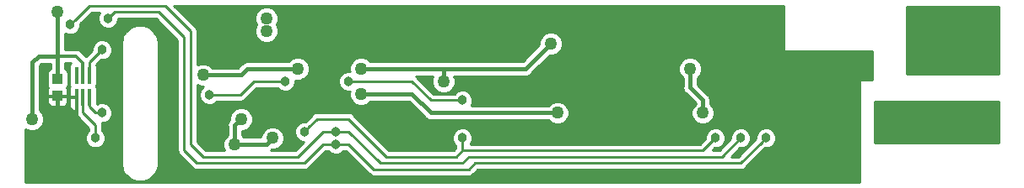
<source format=gbl>
G04 #@! TF.GenerationSoftware,KiCad,Pcbnew,5.0.0-fee4fd1~65~ubuntu17.10.1*
G04 #@! TF.CreationDate,2018-09-18T23:20:14-04:00*
G04 #@! TF.ProjectId,front-panel,66726F6E742D70616E656C2E6B696361,A*
G04 #@! TF.SameCoordinates,Original*
G04 #@! TF.FileFunction,Copper,L2,Bot,Signal*
G04 #@! TF.FilePolarity,Positive*
%FSLAX46Y46*%
G04 Gerber Fmt 4.6, Leading zero omitted, Abs format (unit mm)*
G04 Created by KiCad (PCBNEW 5.0.0-fee4fd1~65~ubuntu17.10.1) date Tue Sep 18 23:20:14 2018*
%MOMM*%
%LPD*%
G01*
G04 APERTURE LIST*
G04 #@! TA.AperFunction,SMDPad,CuDef*
%ADD10R,0.400000X1.700000*%
G04 #@! TD*
G04 #@! TA.AperFunction,SMDPad,CuDef*
%ADD11R,1.000000X1.100000*%
G04 #@! TD*
G04 #@! TA.AperFunction,ViaPad*
%ADD12C,1.270000*%
G04 #@! TD*
G04 #@! TA.AperFunction,ViaPad*
%ADD13C,0.965200*%
G04 #@! TD*
G04 #@! TA.AperFunction,Conductor*
%ADD14C,0.406400*%
G04 #@! TD*
G04 #@! TA.AperFunction,Conductor*
%ADD15C,0.304800*%
G04 #@! TD*
G04 #@! TA.AperFunction,Conductor*
%ADD16C,0.254000*%
G04 #@! TD*
%ADD17C,0.350000*%
G04 APERTURE END LIST*
D10*
G04 #@! TO.P,U3,4*
G04 #@! TO.N,N/C*
X95235000Y-132097600D03*
G04 #@! TO.P,U3,3*
G04 #@! TO.N,GND*
X95235000Y-134297600D03*
G04 #@! TO.P,U3,1*
G04 #@! TO.N,/SCL_3V3*
X96535000Y-134297600D03*
G04 #@! TO.P,U3,6*
G04 #@! TO.N,/SDA_3V3*
X96535000Y-132097600D03*
G04 #@! TO.P,U3,5*
G04 #@! TO.N,+3V3*
X95885000Y-132097600D03*
G04 #@! TO.P,U3,2*
G04 #@! TO.N,/INT*
X95885000Y-134297600D03*
G04 #@! TD*
D11*
G04 #@! TO.P,C8,1*
G04 #@! TO.N,+3V3*
X93345000Y-132500000D03*
G04 #@! TO.P,C8,2*
G04 #@! TO.N,GND*
X93345000Y-134200000D03*
G04 #@! TD*
D12*
G04 #@! TO.N,GND*
X131445000Y-137160000D03*
X127635000Y-137160000D03*
X104140000Y-137160000D03*
X113665000Y-136525000D03*
X116840000Y-136525000D03*
X116840000Y-128270000D03*
X118745000Y-128270000D03*
X120650000Y-128270000D03*
X120650000Y-126365000D03*
X109220000Y-128905000D03*
X111125000Y-128905000D03*
X113030000Y-128905000D03*
X104775000Y-142240000D03*
X108585000Y-139065000D03*
X108585000Y-137160000D03*
X152400000Y-142240000D03*
X150495000Y-142240000D03*
X148590000Y-142240000D03*
X148590000Y-138430000D03*
X150495000Y-138430000D03*
X152400000Y-138430000D03*
X154305000Y-138430000D03*
X142875000Y-126365000D03*
X147955000Y-129540000D03*
X151765000Y-129540000D03*
X149860000Y-129540000D03*
X170815000Y-130810000D03*
X159385000Y-129540000D03*
X159385000Y-125730000D03*
X159385000Y-127635000D03*
X124460000Y-136525000D03*
X127635000Y-139065000D03*
X131445000Y-139065000D03*
X172720000Y-136525000D03*
X172720000Y-134620000D03*
X172720000Y-132715000D03*
X174625000Y-130810000D03*
X172720000Y-130810000D03*
X139700000Y-137795000D03*
X138430000Y-127000000D03*
X135890000Y-127000000D03*
X132334000Y-126492000D03*
X132334000Y-128524000D03*
X130302000Y-128524000D03*
X123825000Y-128270000D03*
X125730000Y-128270000D03*
X125730000Y-126365000D03*
D13*
G04 #@! TO.N,/SDA*
X164465000Y-138430000D03*
X98425000Y-126365000D03*
X121285000Y-139065000D03*
G04 #@! TO.N,/SCL*
X94615000Y-127000000D03*
X161925000Y-138430000D03*
X121285000Y-137795000D03*
D12*
G04 #@! TO.N,+5V*
X143510000Y-135890000D03*
X123824990Y-133985000D03*
X111760000Y-136525000D03*
X180340000Y-138430000D03*
X180340000Y-136525000D03*
X158114982Y-135890000D03*
X156845000Y-131445000D03*
X178435000Y-138430000D03*
X178435000Y-136525000D03*
X114935000Y-138430000D03*
X114300000Y-127635000D03*
X114300000Y-126365000D03*
X111125000Y-139065000D03*
G04 #@! TO.N,/SW_12V*
X179705000Y-128905000D03*
X179705000Y-130810000D03*
X181610000Y-127635000D03*
X186690000Y-127635000D03*
X184150000Y-127635000D03*
D13*
G04 #@! TO.N,/~RESET*
X133985000Y-138430000D03*
X118110000Y-137795000D03*
X159385000Y-138430000D03*
D12*
G04 #@! TO.N,+3V3*
X107950016Y-132080000D03*
X90805000Y-136525000D03*
X132080000Y-132715000D03*
X93345000Y-125730000D03*
X117475000Y-131445000D03*
X123825000Y-131445000D03*
X142875000Y-128905000D03*
D13*
G04 #@! TO.N,/SDA_3V3*
X97790024Y-129540000D03*
G04 #@! TO.N,/SCL_3V3*
X97790000Y-135890000D03*
G04 #@! TO.N,/INT*
X97155000Y-138430000D03*
X108584994Y-134086611D03*
X116205000Y-132715000D03*
X122555000Y-132715000D03*
X133985000Y-134620000D03*
G04 #@! TD*
D14*
G04 #@! TO.N,GND*
X116840000Y-136525000D02*
X113665000Y-136525000D01*
X118745000Y-128270000D02*
X116840000Y-128270000D01*
X120650000Y-126365000D02*
X120650000Y-128270000D01*
X111125000Y-128905000D02*
X109220000Y-128905000D01*
X108585000Y-139065000D02*
X108585000Y-137160000D01*
X148590000Y-142240000D02*
X150495000Y-142240000D01*
X150495000Y-138430000D02*
X148590000Y-138430000D01*
X154305000Y-138430000D02*
X152400000Y-138430000D01*
X149860000Y-129540000D02*
X151765000Y-129540000D01*
X159385000Y-127635000D02*
X159385000Y-125730000D01*
X172720000Y-132715000D02*
X172720000Y-134620000D01*
X172720000Y-130810000D02*
X174625000Y-130810000D01*
D15*
X95235000Y-134297600D02*
X95235000Y-136525000D01*
X95235000Y-136525000D02*
X93345000Y-136525000D01*
X93345000Y-136525000D02*
X93345000Y-134200000D01*
D16*
G04 #@! TO.N,/SDA*
X98425000Y-126365000D02*
X99060000Y-125730000D01*
X99060000Y-125730000D02*
X103505000Y-125730000D01*
X103505000Y-125730000D02*
X106045000Y-128270000D01*
X118110000Y-140970000D02*
X120015000Y-139065000D01*
X106045000Y-128270000D02*
X106045000Y-139700000D01*
X106045000Y-139700000D02*
X107315000Y-140970000D01*
X107315000Y-140970000D02*
X118110000Y-140970000D01*
X120015000Y-139065000D02*
X121285000Y-139065000D01*
X121285000Y-139065000D02*
X122555000Y-139065000D01*
X161925000Y-140970000D02*
X163982401Y-138912599D01*
X135255000Y-140970000D02*
X161925000Y-140970000D01*
X134620000Y-141605000D02*
X135255000Y-140970000D01*
X125095000Y-141605000D02*
X134620000Y-141605000D01*
X163982401Y-138912599D02*
X164465000Y-138430000D01*
X122555000Y-139065000D02*
X125095000Y-141605000D01*
G04 #@! TO.N,/SCL*
X96520000Y-125095000D02*
X95097599Y-126517401D01*
X106680000Y-127635000D02*
X104140000Y-125095000D01*
X106680000Y-139065000D02*
X106680000Y-127635000D01*
X107950000Y-140335000D02*
X106680000Y-139065000D01*
X120015000Y-137795000D02*
X117475000Y-140335000D01*
X95097599Y-126517401D02*
X94615000Y-127000000D01*
X121285000Y-137795000D02*
X120015000Y-137795000D01*
X117475000Y-140335000D02*
X107950000Y-140335000D01*
X104140000Y-125095000D02*
X96520000Y-125095000D01*
X121285000Y-137795000D02*
X122555000Y-137795000D01*
X160020000Y-140335000D02*
X161925000Y-138430000D01*
X134620000Y-140335000D02*
X160020000Y-140335000D01*
X133985000Y-140970000D02*
X134620000Y-140335000D01*
X125730000Y-140970000D02*
X133985000Y-140970000D01*
X122555000Y-137795000D02*
X125730000Y-140970000D01*
D14*
G04 #@! TO.N,+5V*
X130810000Y-135890000D02*
X128905000Y-133985000D01*
X128905000Y-133985000D02*
X124723015Y-133985000D01*
X143510000Y-135890000D02*
X130810000Y-135890000D01*
X124723015Y-133985000D02*
X123824990Y-133985000D01*
X111125000Y-137160000D02*
X111760000Y-136525000D01*
X111125000Y-139065000D02*
X111125000Y-137160000D01*
X180340000Y-136525000D02*
X180340000Y-138430000D01*
X156845000Y-131445000D02*
X156845000Y-133350000D01*
X156845000Y-133350000D02*
X158114982Y-134619982D01*
X158114982Y-134619982D02*
X158114982Y-134991975D01*
X158114982Y-134991975D02*
X158114982Y-135890000D01*
X114935000Y-138430000D02*
X114300000Y-139065000D01*
X114300000Y-139065000D02*
X111125000Y-139065000D01*
G04 #@! TO.N,/SW_12V*
X179705000Y-130810000D02*
X179705000Y-128905000D01*
D16*
G04 #@! TO.N,/~RESET*
X133985000Y-139700000D02*
X133985000Y-138430000D01*
X133985000Y-139700000D02*
X158115000Y-139700000D01*
X158115000Y-139700000D02*
X159385000Y-138430000D01*
X133985000Y-139700000D02*
X133350000Y-140335000D01*
X133350000Y-140335000D02*
X126365000Y-140335000D01*
X126365000Y-140335000D02*
X122555000Y-136525000D01*
X122555000Y-136525000D02*
X119380000Y-136525000D01*
X118592599Y-137312401D02*
X118110000Y-137795000D01*
X119380000Y-136525000D02*
X118592599Y-137312401D01*
D15*
G04 #@! TO.N,+3V3*
X93345000Y-130175000D02*
X95218800Y-130175000D01*
X95218800Y-130175000D02*
X95885000Y-130841200D01*
X95885000Y-130841200D02*
X95885000Y-132097600D01*
D14*
X117475000Y-131445000D02*
X112395000Y-131445000D01*
X112395000Y-131445000D02*
X111760000Y-132080000D01*
X111760000Y-132080000D02*
X107950016Y-132080000D01*
X93345000Y-131865000D02*
X93345000Y-132500000D01*
X93345000Y-131865000D02*
X93345000Y-130175000D01*
X93345000Y-125730000D02*
X93345000Y-130175000D01*
X93345000Y-130175000D02*
X91440000Y-130175000D01*
X91440000Y-130175000D02*
X90805000Y-130810000D01*
X90805000Y-130810000D02*
X90805000Y-135626975D01*
X90805000Y-135626975D02*
X90805000Y-136525000D01*
X140335000Y-131445000D02*
X132080000Y-131445000D01*
X132080000Y-132715000D02*
X132080000Y-131445000D01*
X132080000Y-131445000D02*
X124723025Y-131445000D01*
X124723025Y-131445000D02*
X123825000Y-131445000D01*
X142875000Y-128905000D02*
X140335000Y-131445000D01*
X129540000Y-131445000D02*
X123825000Y-131445000D01*
D16*
G04 #@! TO.N,/SDA_3V3*
X97307425Y-130022599D02*
X97790024Y-129540000D01*
X96535000Y-130795024D02*
X97307425Y-130022599D01*
X96535000Y-132097600D02*
X96535000Y-130795024D01*
G04 #@! TO.N,/SCL_3V3*
X96535000Y-134297600D02*
X96535000Y-135270000D01*
X96535000Y-135270000D02*
X97155000Y-135890000D01*
X97155000Y-135890000D02*
X97790000Y-135890000D01*
G04 #@! TO.N,/INT*
X95885000Y-135890000D02*
X95885000Y-134297600D01*
X97155000Y-137160000D02*
X95885000Y-135890000D01*
X116205000Y-132715000D02*
X113030000Y-132715000D01*
X113030000Y-132715000D02*
X111658389Y-134086611D01*
X111658389Y-134086611D02*
X108584994Y-134086611D01*
X97155000Y-138430000D02*
X97155000Y-137160000D01*
X122555000Y-132715000D02*
X128905000Y-132715000D01*
X128905000Y-132715000D02*
X130810000Y-134620000D01*
X130810000Y-134620000D02*
X133985000Y-134620000D01*
G04 #@! TD*
G04 #@! TO.N,GND*
G36*
X166243000Y-129540000D02*
X166252667Y-129588601D01*
X166280197Y-129629803D01*
X166321399Y-129657333D01*
X166370000Y-129667000D01*
X175133000Y-129667000D01*
X175133000Y-132588000D01*
X173990000Y-132588000D01*
X173941399Y-132597667D01*
X173900197Y-132625197D01*
X173872667Y-132666399D01*
X173863000Y-132715000D01*
X173863000Y-142901600D01*
X90143400Y-142901600D01*
X90143400Y-141029920D01*
X99721600Y-141029920D01*
X99731993Y-141082170D01*
X99807433Y-141510013D01*
X99807433Y-141510015D01*
X99837304Y-141592083D01*
X99879700Y-141708566D01*
X99879701Y-141708567D01*
X100100233Y-142090538D01*
X100100234Y-142090540D01*
X100236052Y-142252401D01*
X100573928Y-142535913D01*
X100756915Y-142641561D01*
X101171382Y-142792415D01*
X101379467Y-142829106D01*
X101820534Y-142829106D01*
X102028618Y-142792415D01*
X102443086Y-142641561D01*
X102626073Y-142535913D01*
X102626075Y-142535910D01*
X102963948Y-142252401D01*
X103099766Y-142090540D01*
X103099767Y-142090538D01*
X103320299Y-141708567D01*
X103392567Y-141510015D01*
X103392567Y-141510013D01*
X103468005Y-141082179D01*
X103478400Y-141029921D01*
X103478400Y-128845079D01*
X103468005Y-128792821D01*
X103392567Y-128364987D01*
X103392567Y-128364985D01*
X103320299Y-128166433D01*
X103099765Y-127784459D01*
X103079192Y-127759941D01*
X102963948Y-127622599D01*
X102626075Y-127339090D01*
X102626073Y-127339087D01*
X102443086Y-127233439D01*
X102028618Y-127082585D01*
X101820534Y-127045894D01*
X101379467Y-127045894D01*
X101171382Y-127082585D01*
X100756915Y-127233439D01*
X100573928Y-127339087D01*
X100236052Y-127622599D01*
X100120808Y-127759941D01*
X100100235Y-127784459D01*
X99879701Y-128166432D01*
X99879700Y-128166434D01*
X99858019Y-128226003D01*
X99807433Y-128364985D01*
X99807433Y-128364987D01*
X99731987Y-128792866D01*
X99721601Y-128845079D01*
X99721600Y-141029920D01*
X90143400Y-141029920D01*
X90143400Y-137515622D01*
X90572591Y-137693400D01*
X91037409Y-137693400D01*
X91466845Y-137515521D01*
X91795521Y-137186845D01*
X91973400Y-136757409D01*
X91973400Y-136292591D01*
X91795521Y-135863155D01*
X91541600Y-135609234D01*
X91541600Y-134358750D01*
X92311600Y-134358750D01*
X92311600Y-134856100D01*
X92392805Y-135052147D01*
X92542853Y-135202195D01*
X92738900Y-135283400D01*
X93186250Y-135283400D01*
X93319600Y-135150050D01*
X93319600Y-134225400D01*
X93370400Y-134225400D01*
X93370400Y-135150050D01*
X93503750Y-135283400D01*
X93951100Y-135283400D01*
X94147147Y-135202195D01*
X94297195Y-135052147D01*
X94378400Y-134856100D01*
X94378400Y-134358750D01*
X94245050Y-134225400D01*
X93370400Y-134225400D01*
X93319600Y-134225400D01*
X92444950Y-134225400D01*
X92311600Y-134358750D01*
X91541600Y-134358750D01*
X91541600Y-131115109D01*
X91745110Y-130911600D01*
X92608401Y-130911600D01*
X92608400Y-131466577D01*
X92460441Y-131565441D01*
X92342549Y-131741878D01*
X92301151Y-131950000D01*
X92301151Y-133050000D01*
X92342549Y-133258122D01*
X92398620Y-133342038D01*
X92392805Y-133347853D01*
X92311600Y-133543900D01*
X92311600Y-134041250D01*
X92444950Y-134174600D01*
X93319600Y-134174600D01*
X93319600Y-134154600D01*
X93370400Y-134154600D01*
X93370400Y-134174600D01*
X94245050Y-134174600D01*
X94378400Y-134041250D01*
X94378400Y-133543900D01*
X94297195Y-133347853D01*
X94291380Y-133342038D01*
X94347451Y-133258122D01*
X94388849Y-133050000D01*
X94388849Y-131950000D01*
X94347451Y-131741878D01*
X94229559Y-131565441D01*
X94081600Y-131466577D01*
X94081600Y-130860800D01*
X94653795Y-130860800D01*
X94650441Y-130863041D01*
X94532549Y-131039478D01*
X94491151Y-131247600D01*
X94491151Y-132947600D01*
X94532549Y-133155722D01*
X94560947Y-133198223D01*
X94501600Y-133341500D01*
X94501600Y-134138850D01*
X94634950Y-134272200D01*
X95141151Y-134272200D01*
X95141151Y-134323000D01*
X94634950Y-134323000D01*
X94501600Y-134456350D01*
X94501600Y-135253700D01*
X94582805Y-135449747D01*
X94732853Y-135599795D01*
X94928900Y-135681000D01*
X95076250Y-135681000D01*
X95209598Y-135547652D01*
X95209598Y-135681000D01*
X95224600Y-135681000D01*
X95224600Y-135824957D01*
X95211662Y-135890000D01*
X95224600Y-135955042D01*
X95262917Y-136147674D01*
X95408878Y-136366121D01*
X95464022Y-136402967D01*
X96494601Y-137433547D01*
X96494601Y-137653557D01*
X96293676Y-137854482D01*
X96139000Y-138227905D01*
X96139000Y-138632095D01*
X96293676Y-139005518D01*
X96579482Y-139291324D01*
X96952905Y-139446000D01*
X97357095Y-139446000D01*
X97730518Y-139291324D01*
X98016324Y-139005518D01*
X98171000Y-138632095D01*
X98171000Y-138227905D01*
X98016324Y-137854482D01*
X97815400Y-137653558D01*
X97815400Y-137225041D01*
X97828338Y-137159999D01*
X97807662Y-137056058D01*
X97777814Y-136906000D01*
X97992095Y-136906000D01*
X98365518Y-136751324D01*
X98651324Y-136465518D01*
X98806000Y-136092095D01*
X98806000Y-135687905D01*
X98651324Y-135314482D01*
X98365518Y-135028676D01*
X97992095Y-134874000D01*
X97587905Y-134874000D01*
X97278849Y-135002014D01*
X97278849Y-133447600D01*
X97237451Y-133239478D01*
X97209469Y-133197600D01*
X97237451Y-133155722D01*
X97278849Y-132947600D01*
X97278849Y-131247600D01*
X97237451Y-131039478D01*
X97232260Y-131031709D01*
X97707970Y-130556000D01*
X97992119Y-130556000D01*
X98365542Y-130401324D01*
X98651348Y-130115518D01*
X98806024Y-129742095D01*
X98806024Y-129337905D01*
X98651348Y-128964482D01*
X98365542Y-128678676D01*
X97992119Y-128524000D01*
X97587929Y-128524000D01*
X97214506Y-128678676D01*
X96928700Y-128964482D01*
X96774024Y-129337905D01*
X96774024Y-129622054D01*
X96204873Y-130191206D01*
X95751498Y-129737831D01*
X95713234Y-129680566D01*
X95486386Y-129528991D01*
X95286343Y-129489200D01*
X95286342Y-129489200D01*
X95218800Y-129475765D01*
X95151258Y-129489200D01*
X94081600Y-129489200D01*
X94081600Y-127878770D01*
X94412905Y-128016000D01*
X94817095Y-128016000D01*
X95190518Y-127861324D01*
X95476324Y-127575518D01*
X95631000Y-127202095D01*
X95631000Y-126917945D01*
X96793546Y-125755400D01*
X97597758Y-125755400D01*
X97563676Y-125789482D01*
X97409000Y-126162905D01*
X97409000Y-126567095D01*
X97563676Y-126940518D01*
X97849482Y-127226324D01*
X98222905Y-127381000D01*
X98627095Y-127381000D01*
X99000518Y-127226324D01*
X99286324Y-126940518D01*
X99441000Y-126567095D01*
X99441000Y-126390400D01*
X103231455Y-126390400D01*
X105384600Y-128543547D01*
X105384601Y-139634953D01*
X105371662Y-139700000D01*
X105395937Y-139822035D01*
X105422918Y-139957675D01*
X105568879Y-140176122D01*
X105624022Y-140212967D01*
X106802034Y-141390981D01*
X106838878Y-141446122D01*
X107057325Y-141592083D01*
X107249957Y-141630400D01*
X107314999Y-141643338D01*
X107380041Y-141630400D01*
X118044958Y-141630400D01*
X118110000Y-141643338D01*
X118175042Y-141630400D01*
X118175043Y-141630400D01*
X118367675Y-141592083D01*
X118586122Y-141446122D01*
X118622970Y-141390975D01*
X120288546Y-139725400D01*
X120508558Y-139725400D01*
X120709482Y-139926324D01*
X121082905Y-140081000D01*
X121487095Y-140081000D01*
X121860518Y-139926324D01*
X122061442Y-139725400D01*
X122281455Y-139725400D01*
X124582034Y-142025981D01*
X124618878Y-142081122D01*
X124837325Y-142227083D01*
X125029957Y-142265400D01*
X125029961Y-142265400D01*
X125094999Y-142278337D01*
X125160038Y-142265400D01*
X134554958Y-142265400D01*
X134620000Y-142278338D01*
X134685042Y-142265400D01*
X134685043Y-142265400D01*
X134877675Y-142227083D01*
X135096122Y-142081122D01*
X135132969Y-142025976D01*
X135528546Y-141630400D01*
X161859958Y-141630400D01*
X161925000Y-141643338D01*
X161990042Y-141630400D01*
X161990043Y-141630400D01*
X162182675Y-141592083D01*
X162401122Y-141446122D01*
X162437969Y-141390976D01*
X164382947Y-139446000D01*
X164667095Y-139446000D01*
X165040518Y-139291324D01*
X165326324Y-139005518D01*
X165481000Y-138632095D01*
X165481000Y-138227905D01*
X165326324Y-137854482D01*
X165040518Y-137568676D01*
X164667095Y-137414000D01*
X164262905Y-137414000D01*
X163889482Y-137568676D01*
X163603676Y-137854482D01*
X163449000Y-138227905D01*
X163449000Y-138512053D01*
X161651455Y-140309600D01*
X160979345Y-140309600D01*
X161842946Y-139446000D01*
X162127095Y-139446000D01*
X162500518Y-139291324D01*
X162786324Y-139005518D01*
X162941000Y-138632095D01*
X162941000Y-138227905D01*
X162786324Y-137854482D01*
X162500518Y-137568676D01*
X162127095Y-137414000D01*
X161722905Y-137414000D01*
X161349482Y-137568676D01*
X161063676Y-137854482D01*
X160909000Y-138227905D01*
X160909000Y-138512054D01*
X159746455Y-139674600D01*
X159074346Y-139674600D01*
X159302946Y-139446000D01*
X159587095Y-139446000D01*
X159960518Y-139291324D01*
X160246324Y-139005518D01*
X160401000Y-138632095D01*
X160401000Y-138227905D01*
X160246324Y-137854482D01*
X159960518Y-137568676D01*
X159587095Y-137414000D01*
X159182905Y-137414000D01*
X158809482Y-137568676D01*
X158523676Y-137854482D01*
X158369000Y-138227905D01*
X158369000Y-138512054D01*
X157841455Y-139039600D01*
X134812242Y-139039600D01*
X134846324Y-139005518D01*
X135001000Y-138632095D01*
X135001000Y-138227905D01*
X134846324Y-137854482D01*
X134560518Y-137568676D01*
X134187095Y-137414000D01*
X133782905Y-137414000D01*
X133409482Y-137568676D01*
X133123676Y-137854482D01*
X132969000Y-138227905D01*
X132969000Y-138632095D01*
X133123676Y-139005518D01*
X133324600Y-139206442D01*
X133324600Y-139426454D01*
X133076455Y-139674600D01*
X126638546Y-139674600D01*
X123067970Y-136104025D01*
X123031122Y-136048878D01*
X122812675Y-135902917D01*
X122620043Y-135864600D01*
X122620042Y-135864600D01*
X122555000Y-135851662D01*
X122489958Y-135864600D01*
X119445041Y-135864600D01*
X119379999Y-135851662D01*
X119314957Y-135864600D01*
X119122325Y-135902917D01*
X118903878Y-136048878D01*
X118867034Y-136104019D01*
X118192055Y-136779000D01*
X117907905Y-136779000D01*
X117534482Y-136933676D01*
X117248676Y-137219482D01*
X117094000Y-137592905D01*
X117094000Y-137997095D01*
X117248676Y-138370518D01*
X117534482Y-138656324D01*
X117907905Y-138811000D01*
X118065054Y-138811000D01*
X117201455Y-139674600D01*
X114713512Y-139674600D01*
X114827553Y-139598400D01*
X115167409Y-139598400D01*
X115596845Y-139420521D01*
X115925521Y-139091845D01*
X116103400Y-138662409D01*
X116103400Y-138197591D01*
X115925521Y-137768155D01*
X115596845Y-137439479D01*
X115167409Y-137261600D01*
X114702591Y-137261600D01*
X114273155Y-137439479D01*
X113944479Y-137768155D01*
X113766600Y-138197591D01*
X113766600Y-138328400D01*
X112040766Y-138328400D01*
X111861600Y-138149234D01*
X111861600Y-137693400D01*
X111992409Y-137693400D01*
X112421845Y-137515521D01*
X112750521Y-137186845D01*
X112928400Y-136757409D01*
X112928400Y-136292591D01*
X112750521Y-135863155D01*
X112421845Y-135534479D01*
X111992409Y-135356600D01*
X111527591Y-135356600D01*
X111098155Y-135534479D01*
X110769479Y-135863155D01*
X110591600Y-136292591D01*
X110591600Y-136632449D01*
X110552852Y-136690439D01*
X110552849Y-136690442D01*
X110431139Y-136872594D01*
X110373971Y-137160000D01*
X110388401Y-137232545D01*
X110388400Y-138149234D01*
X110134479Y-138403155D01*
X109956600Y-138832591D01*
X109956600Y-139297409D01*
X110112838Y-139674600D01*
X108223547Y-139674600D01*
X107340400Y-138791455D01*
X107340400Y-133092155D01*
X107717607Y-133248400D01*
X107986363Y-133248400D01*
X107723670Y-133511093D01*
X107568994Y-133884516D01*
X107568994Y-134288706D01*
X107723670Y-134662129D01*
X108009476Y-134947935D01*
X108382899Y-135102611D01*
X108787089Y-135102611D01*
X109160512Y-134947935D01*
X109361436Y-134747011D01*
X111593347Y-134747011D01*
X111658389Y-134759949D01*
X111723431Y-134747011D01*
X111723432Y-134747011D01*
X111916064Y-134708694D01*
X112134511Y-134562733D01*
X112171359Y-134507587D01*
X113303546Y-133375400D01*
X115428558Y-133375400D01*
X115629482Y-133576324D01*
X116002905Y-133731000D01*
X116407095Y-133731000D01*
X116780518Y-133576324D01*
X117066324Y-133290518D01*
X117221000Y-132917095D01*
X117221000Y-132604457D01*
X117242591Y-132613400D01*
X117707409Y-132613400D01*
X117950024Y-132512905D01*
X121539000Y-132512905D01*
X121539000Y-132917095D01*
X121693676Y-133290518D01*
X121979482Y-133576324D01*
X122352905Y-133731000D01*
X122665533Y-133731000D01*
X122656590Y-133752591D01*
X122656590Y-134217409D01*
X122834469Y-134646845D01*
X123163145Y-134975521D01*
X123592581Y-135153400D01*
X124057399Y-135153400D01*
X124486835Y-134975521D01*
X124740756Y-134721600D01*
X128599891Y-134721600D01*
X130237850Y-136359560D01*
X130278942Y-136421058D01*
X130340439Y-136462149D01*
X130340441Y-136462151D01*
X130434503Y-136525001D01*
X130522593Y-136583861D01*
X130737456Y-136626600D01*
X130737459Y-136626600D01*
X130810000Y-136641029D01*
X130882540Y-136626600D01*
X142594234Y-136626600D01*
X142848155Y-136880521D01*
X143277591Y-137058400D01*
X143742409Y-137058400D01*
X144171845Y-136880521D01*
X144500521Y-136551845D01*
X144678400Y-136122409D01*
X144678400Y-135657591D01*
X144500521Y-135228155D01*
X144171845Y-134899479D01*
X143742409Y-134721600D01*
X143277591Y-134721600D01*
X142848155Y-134899479D01*
X142594234Y-135153400D01*
X134863770Y-135153400D01*
X135001000Y-134822095D01*
X135001000Y-134417905D01*
X134846324Y-134044482D01*
X134560518Y-133758676D01*
X134187095Y-133604000D01*
X133782905Y-133604000D01*
X133409482Y-133758676D01*
X133208558Y-133959600D01*
X131083546Y-133959600D01*
X129417970Y-132294025D01*
X129381122Y-132238878D01*
X129295399Y-132181600D01*
X131036275Y-132181600D01*
X130911600Y-132482591D01*
X130911600Y-132947409D01*
X131089479Y-133376845D01*
X131418155Y-133705521D01*
X131847591Y-133883400D01*
X132312409Y-133883400D01*
X132741845Y-133705521D01*
X133070521Y-133376845D01*
X133248400Y-132947409D01*
X133248400Y-132482591D01*
X133123725Y-132181600D01*
X140262460Y-132181600D01*
X140335000Y-132196029D01*
X140407540Y-132181600D01*
X140407544Y-132181600D01*
X140622407Y-132138861D01*
X140866058Y-131976058D01*
X140907151Y-131914558D01*
X141609118Y-131212591D01*
X155676600Y-131212591D01*
X155676600Y-131677409D01*
X155854479Y-132106845D01*
X156108400Y-132360766D01*
X156108401Y-133277455D01*
X156093971Y-133350000D01*
X156151139Y-133637406D01*
X156272849Y-133819558D01*
X156272852Y-133819561D01*
X156313943Y-133881058D01*
X156375440Y-133922149D01*
X157378382Y-134925092D01*
X157378382Y-134974234D01*
X157124461Y-135228155D01*
X156946582Y-135657591D01*
X156946582Y-136122409D01*
X157124461Y-136551845D01*
X157453137Y-136880521D01*
X157882573Y-137058400D01*
X158347391Y-137058400D01*
X158776827Y-136880521D01*
X159105503Y-136551845D01*
X159283382Y-136122409D01*
X159283382Y-135657591D01*
X159105503Y-135228155D01*
X158851582Y-134974234D01*
X158851582Y-134692522D01*
X158866011Y-134619982D01*
X158851582Y-134547439D01*
X158851582Y-134547438D01*
X158808843Y-134332575D01*
X158768502Y-134272200D01*
X158687133Y-134150423D01*
X158687131Y-134150421D01*
X158646040Y-134088924D01*
X158584543Y-134047833D01*
X157581600Y-133044891D01*
X157581600Y-132360766D01*
X157835521Y-132106845D01*
X158013400Y-131677409D01*
X158013400Y-131212591D01*
X157835521Y-130783155D01*
X157506845Y-130454479D01*
X157077409Y-130276600D01*
X156612591Y-130276600D01*
X156183155Y-130454479D01*
X155854479Y-130783155D01*
X155676600Y-131212591D01*
X141609118Y-131212591D01*
X142748309Y-130073400D01*
X143107409Y-130073400D01*
X143536845Y-129895521D01*
X143865521Y-129566845D01*
X144043400Y-129137409D01*
X144043400Y-128672591D01*
X143865521Y-128243155D01*
X143536845Y-127914479D01*
X143107409Y-127736600D01*
X142642591Y-127736600D01*
X142213155Y-127914479D01*
X141884479Y-128243155D01*
X141706600Y-128672591D01*
X141706600Y-129031691D01*
X140029891Y-130708400D01*
X132152544Y-130708400D01*
X132080000Y-130693970D01*
X132007456Y-130708400D01*
X124740766Y-130708400D01*
X124486845Y-130454479D01*
X124057409Y-130276600D01*
X123592591Y-130276600D01*
X123163155Y-130454479D01*
X122834479Y-130783155D01*
X122656600Y-131212591D01*
X122656600Y-131677409D01*
X122665543Y-131699000D01*
X122352905Y-131699000D01*
X121979482Y-131853676D01*
X121693676Y-132139482D01*
X121539000Y-132512905D01*
X117950024Y-132512905D01*
X118136845Y-132435521D01*
X118465521Y-132106845D01*
X118643400Y-131677409D01*
X118643400Y-131212591D01*
X118465521Y-130783155D01*
X118136845Y-130454479D01*
X117707409Y-130276600D01*
X117242591Y-130276600D01*
X116813155Y-130454479D01*
X116559234Y-130708400D01*
X112467540Y-130708400D01*
X112395000Y-130693971D01*
X112322459Y-130708400D01*
X112322456Y-130708400D01*
X112137707Y-130745149D01*
X112107593Y-130751139D01*
X111925441Y-130872849D01*
X111925439Y-130872851D01*
X111863942Y-130913942D01*
X111822850Y-130975440D01*
X111454891Y-131343400D01*
X108865782Y-131343400D01*
X108611861Y-131089479D01*
X108182425Y-130911600D01*
X107717607Y-130911600D01*
X107340400Y-131067845D01*
X107340400Y-127700038D01*
X107353337Y-127634999D01*
X107340400Y-127569961D01*
X107340400Y-127569957D01*
X107302083Y-127377325D01*
X107156122Y-127158878D01*
X107100981Y-127122034D01*
X106111538Y-126132591D01*
X113131600Y-126132591D01*
X113131600Y-126597409D01*
X113298359Y-127000000D01*
X113131600Y-127402591D01*
X113131600Y-127867409D01*
X113309479Y-128296845D01*
X113638155Y-128625521D01*
X114067591Y-128803400D01*
X114532409Y-128803400D01*
X114961845Y-128625521D01*
X115290521Y-128296845D01*
X115468400Y-127867409D01*
X115468400Y-127402591D01*
X115301641Y-127000000D01*
X115468400Y-126597409D01*
X115468400Y-126132591D01*
X115290521Y-125703155D01*
X114961845Y-125374479D01*
X114532409Y-125196600D01*
X114067591Y-125196600D01*
X113638155Y-125374479D01*
X113309479Y-125703155D01*
X113131600Y-126132591D01*
X106111538Y-126132591D01*
X105047345Y-125068400D01*
X166243000Y-125068400D01*
X166243000Y-129540000D01*
X166243000Y-129540000D01*
G37*
X166243000Y-129540000D02*
X166252667Y-129588601D01*
X166280197Y-129629803D01*
X166321399Y-129657333D01*
X166370000Y-129667000D01*
X175133000Y-129667000D01*
X175133000Y-132588000D01*
X173990000Y-132588000D01*
X173941399Y-132597667D01*
X173900197Y-132625197D01*
X173872667Y-132666399D01*
X173863000Y-132715000D01*
X173863000Y-142901600D01*
X90143400Y-142901600D01*
X90143400Y-141029920D01*
X99721600Y-141029920D01*
X99731993Y-141082170D01*
X99807433Y-141510013D01*
X99807433Y-141510015D01*
X99837304Y-141592083D01*
X99879700Y-141708566D01*
X99879701Y-141708567D01*
X100100233Y-142090538D01*
X100100234Y-142090540D01*
X100236052Y-142252401D01*
X100573928Y-142535913D01*
X100756915Y-142641561D01*
X101171382Y-142792415D01*
X101379467Y-142829106D01*
X101820534Y-142829106D01*
X102028618Y-142792415D01*
X102443086Y-142641561D01*
X102626073Y-142535913D01*
X102626075Y-142535910D01*
X102963948Y-142252401D01*
X103099766Y-142090540D01*
X103099767Y-142090538D01*
X103320299Y-141708567D01*
X103392567Y-141510015D01*
X103392567Y-141510013D01*
X103468005Y-141082179D01*
X103478400Y-141029921D01*
X103478400Y-128845079D01*
X103468005Y-128792821D01*
X103392567Y-128364987D01*
X103392567Y-128364985D01*
X103320299Y-128166433D01*
X103099765Y-127784459D01*
X103079192Y-127759941D01*
X102963948Y-127622599D01*
X102626075Y-127339090D01*
X102626073Y-127339087D01*
X102443086Y-127233439D01*
X102028618Y-127082585D01*
X101820534Y-127045894D01*
X101379467Y-127045894D01*
X101171382Y-127082585D01*
X100756915Y-127233439D01*
X100573928Y-127339087D01*
X100236052Y-127622599D01*
X100120808Y-127759941D01*
X100100235Y-127784459D01*
X99879701Y-128166432D01*
X99879700Y-128166434D01*
X99858019Y-128226003D01*
X99807433Y-128364985D01*
X99807433Y-128364987D01*
X99731987Y-128792866D01*
X99721601Y-128845079D01*
X99721600Y-141029920D01*
X90143400Y-141029920D01*
X90143400Y-137515622D01*
X90572591Y-137693400D01*
X91037409Y-137693400D01*
X91466845Y-137515521D01*
X91795521Y-137186845D01*
X91973400Y-136757409D01*
X91973400Y-136292591D01*
X91795521Y-135863155D01*
X91541600Y-135609234D01*
X91541600Y-134358750D01*
X92311600Y-134358750D01*
X92311600Y-134856100D01*
X92392805Y-135052147D01*
X92542853Y-135202195D01*
X92738900Y-135283400D01*
X93186250Y-135283400D01*
X93319600Y-135150050D01*
X93319600Y-134225400D01*
X93370400Y-134225400D01*
X93370400Y-135150050D01*
X93503750Y-135283400D01*
X93951100Y-135283400D01*
X94147147Y-135202195D01*
X94297195Y-135052147D01*
X94378400Y-134856100D01*
X94378400Y-134358750D01*
X94245050Y-134225400D01*
X93370400Y-134225400D01*
X93319600Y-134225400D01*
X92444950Y-134225400D01*
X92311600Y-134358750D01*
X91541600Y-134358750D01*
X91541600Y-131115109D01*
X91745110Y-130911600D01*
X92608401Y-130911600D01*
X92608400Y-131466577D01*
X92460441Y-131565441D01*
X92342549Y-131741878D01*
X92301151Y-131950000D01*
X92301151Y-133050000D01*
X92342549Y-133258122D01*
X92398620Y-133342038D01*
X92392805Y-133347853D01*
X92311600Y-133543900D01*
X92311600Y-134041250D01*
X92444950Y-134174600D01*
X93319600Y-134174600D01*
X93319600Y-134154600D01*
X93370400Y-134154600D01*
X93370400Y-134174600D01*
X94245050Y-134174600D01*
X94378400Y-134041250D01*
X94378400Y-133543900D01*
X94297195Y-133347853D01*
X94291380Y-133342038D01*
X94347451Y-133258122D01*
X94388849Y-133050000D01*
X94388849Y-131950000D01*
X94347451Y-131741878D01*
X94229559Y-131565441D01*
X94081600Y-131466577D01*
X94081600Y-130860800D01*
X94653795Y-130860800D01*
X94650441Y-130863041D01*
X94532549Y-131039478D01*
X94491151Y-131247600D01*
X94491151Y-132947600D01*
X94532549Y-133155722D01*
X94560947Y-133198223D01*
X94501600Y-133341500D01*
X94501600Y-134138850D01*
X94634950Y-134272200D01*
X95141151Y-134272200D01*
X95141151Y-134323000D01*
X94634950Y-134323000D01*
X94501600Y-134456350D01*
X94501600Y-135253700D01*
X94582805Y-135449747D01*
X94732853Y-135599795D01*
X94928900Y-135681000D01*
X95076250Y-135681000D01*
X95209598Y-135547652D01*
X95209598Y-135681000D01*
X95224600Y-135681000D01*
X95224600Y-135824957D01*
X95211662Y-135890000D01*
X95224600Y-135955042D01*
X95262917Y-136147674D01*
X95408878Y-136366121D01*
X95464022Y-136402967D01*
X96494601Y-137433547D01*
X96494601Y-137653557D01*
X96293676Y-137854482D01*
X96139000Y-138227905D01*
X96139000Y-138632095D01*
X96293676Y-139005518D01*
X96579482Y-139291324D01*
X96952905Y-139446000D01*
X97357095Y-139446000D01*
X97730518Y-139291324D01*
X98016324Y-139005518D01*
X98171000Y-138632095D01*
X98171000Y-138227905D01*
X98016324Y-137854482D01*
X97815400Y-137653558D01*
X97815400Y-137225041D01*
X97828338Y-137159999D01*
X97807662Y-137056058D01*
X97777814Y-136906000D01*
X97992095Y-136906000D01*
X98365518Y-136751324D01*
X98651324Y-136465518D01*
X98806000Y-136092095D01*
X98806000Y-135687905D01*
X98651324Y-135314482D01*
X98365518Y-135028676D01*
X97992095Y-134874000D01*
X97587905Y-134874000D01*
X97278849Y-135002014D01*
X97278849Y-133447600D01*
X97237451Y-133239478D01*
X97209469Y-133197600D01*
X97237451Y-133155722D01*
X97278849Y-132947600D01*
X97278849Y-131247600D01*
X97237451Y-131039478D01*
X97232260Y-131031709D01*
X97707970Y-130556000D01*
X97992119Y-130556000D01*
X98365542Y-130401324D01*
X98651348Y-130115518D01*
X98806024Y-129742095D01*
X98806024Y-129337905D01*
X98651348Y-128964482D01*
X98365542Y-128678676D01*
X97992119Y-128524000D01*
X97587929Y-128524000D01*
X97214506Y-128678676D01*
X96928700Y-128964482D01*
X96774024Y-129337905D01*
X96774024Y-129622054D01*
X96204873Y-130191206D01*
X95751498Y-129737831D01*
X95713234Y-129680566D01*
X95486386Y-129528991D01*
X95286343Y-129489200D01*
X95286342Y-129489200D01*
X95218800Y-129475765D01*
X95151258Y-129489200D01*
X94081600Y-129489200D01*
X94081600Y-127878770D01*
X94412905Y-128016000D01*
X94817095Y-128016000D01*
X95190518Y-127861324D01*
X95476324Y-127575518D01*
X95631000Y-127202095D01*
X95631000Y-126917945D01*
X96793546Y-125755400D01*
X97597758Y-125755400D01*
X97563676Y-125789482D01*
X97409000Y-126162905D01*
X97409000Y-126567095D01*
X97563676Y-126940518D01*
X97849482Y-127226324D01*
X98222905Y-127381000D01*
X98627095Y-127381000D01*
X99000518Y-127226324D01*
X99286324Y-126940518D01*
X99441000Y-126567095D01*
X99441000Y-126390400D01*
X103231455Y-126390400D01*
X105384600Y-128543547D01*
X105384601Y-139634953D01*
X105371662Y-139700000D01*
X105395937Y-139822035D01*
X105422918Y-139957675D01*
X105568879Y-140176122D01*
X105624022Y-140212967D01*
X106802034Y-141390981D01*
X106838878Y-141446122D01*
X107057325Y-141592083D01*
X107249957Y-141630400D01*
X107314999Y-141643338D01*
X107380041Y-141630400D01*
X118044958Y-141630400D01*
X118110000Y-141643338D01*
X118175042Y-141630400D01*
X118175043Y-141630400D01*
X118367675Y-141592083D01*
X118586122Y-141446122D01*
X118622970Y-141390975D01*
X120288546Y-139725400D01*
X120508558Y-139725400D01*
X120709482Y-139926324D01*
X121082905Y-140081000D01*
X121487095Y-140081000D01*
X121860518Y-139926324D01*
X122061442Y-139725400D01*
X122281455Y-139725400D01*
X124582034Y-142025981D01*
X124618878Y-142081122D01*
X124837325Y-142227083D01*
X125029957Y-142265400D01*
X125029961Y-142265400D01*
X125094999Y-142278337D01*
X125160038Y-142265400D01*
X134554958Y-142265400D01*
X134620000Y-142278338D01*
X134685042Y-142265400D01*
X134685043Y-142265400D01*
X134877675Y-142227083D01*
X135096122Y-142081122D01*
X135132969Y-142025976D01*
X135528546Y-141630400D01*
X161859958Y-141630400D01*
X161925000Y-141643338D01*
X161990042Y-141630400D01*
X161990043Y-141630400D01*
X162182675Y-141592083D01*
X162401122Y-141446122D01*
X162437969Y-141390976D01*
X164382947Y-139446000D01*
X164667095Y-139446000D01*
X165040518Y-139291324D01*
X165326324Y-139005518D01*
X165481000Y-138632095D01*
X165481000Y-138227905D01*
X165326324Y-137854482D01*
X165040518Y-137568676D01*
X164667095Y-137414000D01*
X164262905Y-137414000D01*
X163889482Y-137568676D01*
X163603676Y-137854482D01*
X163449000Y-138227905D01*
X163449000Y-138512053D01*
X161651455Y-140309600D01*
X160979345Y-140309600D01*
X161842946Y-139446000D01*
X162127095Y-139446000D01*
X162500518Y-139291324D01*
X162786324Y-139005518D01*
X162941000Y-138632095D01*
X162941000Y-138227905D01*
X162786324Y-137854482D01*
X162500518Y-137568676D01*
X162127095Y-137414000D01*
X161722905Y-137414000D01*
X161349482Y-137568676D01*
X161063676Y-137854482D01*
X160909000Y-138227905D01*
X160909000Y-138512054D01*
X159746455Y-139674600D01*
X159074346Y-139674600D01*
X159302946Y-139446000D01*
X159587095Y-139446000D01*
X159960518Y-139291324D01*
X160246324Y-139005518D01*
X160401000Y-138632095D01*
X160401000Y-138227905D01*
X160246324Y-137854482D01*
X159960518Y-137568676D01*
X159587095Y-137414000D01*
X159182905Y-137414000D01*
X158809482Y-137568676D01*
X158523676Y-137854482D01*
X158369000Y-138227905D01*
X158369000Y-138512054D01*
X157841455Y-139039600D01*
X134812242Y-139039600D01*
X134846324Y-139005518D01*
X135001000Y-138632095D01*
X135001000Y-138227905D01*
X134846324Y-137854482D01*
X134560518Y-137568676D01*
X134187095Y-137414000D01*
X133782905Y-137414000D01*
X133409482Y-137568676D01*
X133123676Y-137854482D01*
X132969000Y-138227905D01*
X132969000Y-138632095D01*
X133123676Y-139005518D01*
X133324600Y-139206442D01*
X133324600Y-139426454D01*
X133076455Y-139674600D01*
X126638546Y-139674600D01*
X123067970Y-136104025D01*
X123031122Y-136048878D01*
X122812675Y-135902917D01*
X122620043Y-135864600D01*
X122620042Y-135864600D01*
X122555000Y-135851662D01*
X122489958Y-135864600D01*
X119445041Y-135864600D01*
X119379999Y-135851662D01*
X119314957Y-135864600D01*
X119122325Y-135902917D01*
X118903878Y-136048878D01*
X118867034Y-136104019D01*
X118192055Y-136779000D01*
X117907905Y-136779000D01*
X117534482Y-136933676D01*
X117248676Y-137219482D01*
X117094000Y-137592905D01*
X117094000Y-137997095D01*
X117248676Y-138370518D01*
X117534482Y-138656324D01*
X117907905Y-138811000D01*
X118065054Y-138811000D01*
X117201455Y-139674600D01*
X114713512Y-139674600D01*
X114827553Y-139598400D01*
X115167409Y-139598400D01*
X115596845Y-139420521D01*
X115925521Y-139091845D01*
X116103400Y-138662409D01*
X116103400Y-138197591D01*
X115925521Y-137768155D01*
X115596845Y-137439479D01*
X115167409Y-137261600D01*
X114702591Y-137261600D01*
X114273155Y-137439479D01*
X113944479Y-137768155D01*
X113766600Y-138197591D01*
X113766600Y-138328400D01*
X112040766Y-138328400D01*
X111861600Y-138149234D01*
X111861600Y-137693400D01*
X111992409Y-137693400D01*
X112421845Y-137515521D01*
X112750521Y-137186845D01*
X112928400Y-136757409D01*
X112928400Y-136292591D01*
X112750521Y-135863155D01*
X112421845Y-135534479D01*
X111992409Y-135356600D01*
X111527591Y-135356600D01*
X111098155Y-135534479D01*
X110769479Y-135863155D01*
X110591600Y-136292591D01*
X110591600Y-136632449D01*
X110552852Y-136690439D01*
X110552849Y-136690442D01*
X110431139Y-136872594D01*
X110373971Y-137160000D01*
X110388401Y-137232545D01*
X110388400Y-138149234D01*
X110134479Y-138403155D01*
X109956600Y-138832591D01*
X109956600Y-139297409D01*
X110112838Y-139674600D01*
X108223547Y-139674600D01*
X107340400Y-138791455D01*
X107340400Y-133092155D01*
X107717607Y-133248400D01*
X107986363Y-133248400D01*
X107723670Y-133511093D01*
X107568994Y-133884516D01*
X107568994Y-134288706D01*
X107723670Y-134662129D01*
X108009476Y-134947935D01*
X108382899Y-135102611D01*
X108787089Y-135102611D01*
X109160512Y-134947935D01*
X109361436Y-134747011D01*
X111593347Y-134747011D01*
X111658389Y-134759949D01*
X111723431Y-134747011D01*
X111723432Y-134747011D01*
X111916064Y-134708694D01*
X112134511Y-134562733D01*
X112171359Y-134507587D01*
X113303546Y-133375400D01*
X115428558Y-133375400D01*
X115629482Y-133576324D01*
X116002905Y-133731000D01*
X116407095Y-133731000D01*
X116780518Y-133576324D01*
X117066324Y-133290518D01*
X117221000Y-132917095D01*
X117221000Y-132604457D01*
X117242591Y-132613400D01*
X117707409Y-132613400D01*
X117950024Y-132512905D01*
X121539000Y-132512905D01*
X121539000Y-132917095D01*
X121693676Y-133290518D01*
X121979482Y-133576324D01*
X122352905Y-133731000D01*
X122665533Y-133731000D01*
X122656590Y-133752591D01*
X122656590Y-134217409D01*
X122834469Y-134646845D01*
X123163145Y-134975521D01*
X123592581Y-135153400D01*
X124057399Y-135153400D01*
X124486835Y-134975521D01*
X124740756Y-134721600D01*
X128599891Y-134721600D01*
X130237850Y-136359560D01*
X130278942Y-136421058D01*
X130340439Y-136462149D01*
X130340441Y-136462151D01*
X130434503Y-136525001D01*
X130522593Y-136583861D01*
X130737456Y-136626600D01*
X130737459Y-136626600D01*
X130810000Y-136641029D01*
X130882540Y-136626600D01*
X142594234Y-136626600D01*
X142848155Y-136880521D01*
X143277591Y-137058400D01*
X143742409Y-137058400D01*
X144171845Y-136880521D01*
X144500521Y-136551845D01*
X144678400Y-136122409D01*
X144678400Y-135657591D01*
X144500521Y-135228155D01*
X144171845Y-134899479D01*
X143742409Y-134721600D01*
X143277591Y-134721600D01*
X142848155Y-134899479D01*
X142594234Y-135153400D01*
X134863770Y-135153400D01*
X135001000Y-134822095D01*
X135001000Y-134417905D01*
X134846324Y-134044482D01*
X134560518Y-133758676D01*
X134187095Y-133604000D01*
X133782905Y-133604000D01*
X133409482Y-133758676D01*
X133208558Y-133959600D01*
X131083546Y-133959600D01*
X129417970Y-132294025D01*
X129381122Y-132238878D01*
X129295399Y-132181600D01*
X131036275Y-132181600D01*
X130911600Y-132482591D01*
X130911600Y-132947409D01*
X131089479Y-133376845D01*
X131418155Y-133705521D01*
X131847591Y-133883400D01*
X132312409Y-133883400D01*
X132741845Y-133705521D01*
X133070521Y-133376845D01*
X133248400Y-132947409D01*
X133248400Y-132482591D01*
X133123725Y-132181600D01*
X140262460Y-132181600D01*
X140335000Y-132196029D01*
X140407540Y-132181600D01*
X140407544Y-132181600D01*
X140622407Y-132138861D01*
X140866058Y-131976058D01*
X140907151Y-131914558D01*
X141609118Y-131212591D01*
X155676600Y-131212591D01*
X155676600Y-131677409D01*
X155854479Y-132106845D01*
X156108400Y-132360766D01*
X156108401Y-133277455D01*
X156093971Y-133350000D01*
X156151139Y-133637406D01*
X156272849Y-133819558D01*
X156272852Y-133819561D01*
X156313943Y-133881058D01*
X156375440Y-133922149D01*
X157378382Y-134925092D01*
X157378382Y-134974234D01*
X157124461Y-135228155D01*
X156946582Y-135657591D01*
X156946582Y-136122409D01*
X157124461Y-136551845D01*
X157453137Y-136880521D01*
X157882573Y-137058400D01*
X158347391Y-137058400D01*
X158776827Y-136880521D01*
X159105503Y-136551845D01*
X159283382Y-136122409D01*
X159283382Y-135657591D01*
X159105503Y-135228155D01*
X158851582Y-134974234D01*
X158851582Y-134692522D01*
X158866011Y-134619982D01*
X158851582Y-134547439D01*
X158851582Y-134547438D01*
X158808843Y-134332575D01*
X158768502Y-134272200D01*
X158687133Y-134150423D01*
X158687131Y-134150421D01*
X158646040Y-134088924D01*
X158584543Y-134047833D01*
X157581600Y-133044891D01*
X157581600Y-132360766D01*
X157835521Y-132106845D01*
X158013400Y-131677409D01*
X158013400Y-131212591D01*
X157835521Y-130783155D01*
X157506845Y-130454479D01*
X157077409Y-130276600D01*
X156612591Y-130276600D01*
X156183155Y-130454479D01*
X155854479Y-130783155D01*
X155676600Y-131212591D01*
X141609118Y-131212591D01*
X142748309Y-130073400D01*
X143107409Y-130073400D01*
X143536845Y-129895521D01*
X143865521Y-129566845D01*
X144043400Y-129137409D01*
X144043400Y-128672591D01*
X143865521Y-128243155D01*
X143536845Y-127914479D01*
X143107409Y-127736600D01*
X142642591Y-127736600D01*
X142213155Y-127914479D01*
X141884479Y-128243155D01*
X141706600Y-128672591D01*
X141706600Y-129031691D01*
X140029891Y-130708400D01*
X132152544Y-130708400D01*
X132080000Y-130693970D01*
X132007456Y-130708400D01*
X124740766Y-130708400D01*
X124486845Y-130454479D01*
X124057409Y-130276600D01*
X123592591Y-130276600D01*
X123163155Y-130454479D01*
X122834479Y-130783155D01*
X122656600Y-131212591D01*
X122656600Y-131677409D01*
X122665543Y-131699000D01*
X122352905Y-131699000D01*
X121979482Y-131853676D01*
X121693676Y-132139482D01*
X121539000Y-132512905D01*
X117950024Y-132512905D01*
X118136845Y-132435521D01*
X118465521Y-132106845D01*
X118643400Y-131677409D01*
X118643400Y-131212591D01*
X118465521Y-130783155D01*
X118136845Y-130454479D01*
X117707409Y-130276600D01*
X117242591Y-130276600D01*
X116813155Y-130454479D01*
X116559234Y-130708400D01*
X112467540Y-130708400D01*
X112395000Y-130693971D01*
X112322459Y-130708400D01*
X112322456Y-130708400D01*
X112137707Y-130745149D01*
X112107593Y-130751139D01*
X111925441Y-130872849D01*
X111925439Y-130872851D01*
X111863942Y-130913942D01*
X111822850Y-130975440D01*
X111454891Y-131343400D01*
X108865782Y-131343400D01*
X108611861Y-131089479D01*
X108182425Y-130911600D01*
X107717607Y-130911600D01*
X107340400Y-131067845D01*
X107340400Y-127700038D01*
X107353337Y-127634999D01*
X107340400Y-127569961D01*
X107340400Y-127569957D01*
X107302083Y-127377325D01*
X107156122Y-127158878D01*
X107100981Y-127122034D01*
X106111538Y-126132591D01*
X113131600Y-126132591D01*
X113131600Y-126597409D01*
X113298359Y-127000000D01*
X113131600Y-127402591D01*
X113131600Y-127867409D01*
X113309479Y-128296845D01*
X113638155Y-128625521D01*
X114067591Y-128803400D01*
X114532409Y-128803400D01*
X114961845Y-128625521D01*
X115290521Y-128296845D01*
X115468400Y-127867409D01*
X115468400Y-127402591D01*
X115301641Y-127000000D01*
X115468400Y-126597409D01*
X115468400Y-126132591D01*
X115290521Y-125703155D01*
X114961845Y-125374479D01*
X114532409Y-125196600D01*
X114067591Y-125196600D01*
X113638155Y-125374479D01*
X113309479Y-125703155D01*
X113131600Y-126132591D01*
X106111538Y-126132591D01*
X105047345Y-125068400D01*
X166243000Y-125068400D01*
X166243000Y-129540000D01*
D14*
G04 #@! TO.N,/SW_12V*
G36*
X187756800Y-131876800D02*
X178638200Y-131876800D01*
X178638200Y-125298200D01*
X187756800Y-125298200D01*
X187756800Y-131876800D01*
X187756800Y-131876800D01*
G37*
X187756800Y-131876800D02*
X178638200Y-131876800D01*
X178638200Y-125298200D01*
X187756800Y-125298200D01*
X187756800Y-131876800D01*
G04 #@! TO.N,+5V*
G36*
X187756800Y-138861800D02*
X175463200Y-138861800D01*
X175463200Y-134823200D01*
X187756800Y-134823200D01*
X187756800Y-138861800D01*
X187756800Y-138861800D01*
G37*
X187756800Y-138861800D02*
X175463200Y-138861800D01*
X175463200Y-134823200D01*
X187756800Y-134823200D01*
X187756800Y-138861800D01*
G04 #@! TD*
D17*
X131445000Y-137160000D03*
X127635000Y-137160000D03*
X104140000Y-137160000D03*
X113665000Y-136525000D03*
X116840000Y-136525000D03*
X116840000Y-128270000D03*
X118745000Y-128270000D03*
X120650000Y-128270000D03*
X120650000Y-126365000D03*
X109220000Y-128905000D03*
X111125000Y-128905000D03*
X113030000Y-128905000D03*
X104775000Y-142240000D03*
X108585000Y-139065000D03*
X108585000Y-137160000D03*
X152400000Y-142240000D03*
X150495000Y-142240000D03*
X148590000Y-142240000D03*
X148590000Y-138430000D03*
X150495000Y-138430000D03*
X152400000Y-138430000D03*
X154305000Y-138430000D03*
X142875000Y-126365000D03*
X147955000Y-129540000D03*
X151765000Y-129540000D03*
X149860000Y-129540000D03*
X170815000Y-130810000D03*
X159385000Y-129540000D03*
X159385000Y-125730000D03*
X159385000Y-127635000D03*
X124460000Y-136525000D03*
X127635000Y-139065000D03*
X131445000Y-139065000D03*
X172720000Y-136525000D03*
X172720000Y-134620000D03*
X172720000Y-132715000D03*
X174625000Y-130810000D03*
X172720000Y-130810000D03*
X139700000Y-137795000D03*
X138430000Y-127000000D03*
X135890000Y-127000000D03*
X132334000Y-126492000D03*
X132334000Y-128524000D03*
X130302000Y-128524000D03*
X123825000Y-128270000D03*
X125730000Y-128270000D03*
X125730000Y-126365000D03*
X164465000Y-138430000D03*
X98425000Y-126365000D03*
X121285000Y-139065000D03*
X94615000Y-127000000D03*
X161925000Y-138430000D03*
X121285000Y-137795000D03*
X143510000Y-135890000D03*
X123824990Y-133985000D03*
X111760000Y-136525000D03*
X180340000Y-138430000D03*
X180340000Y-136525000D03*
X158114982Y-135890000D03*
X156845000Y-131445000D03*
X178435000Y-138430000D03*
X178435000Y-136525000D03*
X114935000Y-138430000D03*
X114300000Y-127635000D03*
X114300000Y-126365000D03*
X111125000Y-139065000D03*
X179705000Y-128905000D03*
X179705000Y-130810000D03*
X181610000Y-127635000D03*
X186690000Y-127635000D03*
X184150000Y-127635000D03*
X133985000Y-138430000D03*
X118110000Y-137795000D03*
X159385000Y-138430000D03*
X107950016Y-132080000D03*
X90805000Y-136525000D03*
X132080000Y-132715000D03*
X93345000Y-125730000D03*
X117475000Y-131445000D03*
X123825000Y-131445000D03*
X142875000Y-128905000D03*
X97790024Y-129540000D03*
X97790000Y-135890000D03*
X97155000Y-138430000D03*
X108584994Y-134086611D03*
X116205000Y-132715000D03*
X122555000Y-132715000D03*
X133985000Y-134620000D03*
M02*

</source>
